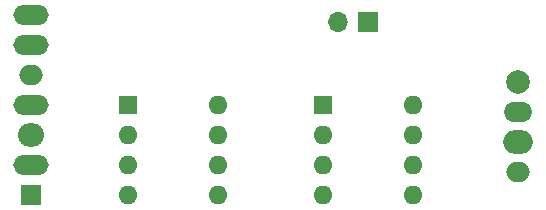
<source format=gbr>
G04 #@! TF.GenerationSoftware,KiCad,Pcbnew,(5.0.1)-3*
G04 #@! TF.CreationDate,2018-12-13T01:42:54-05:00*
G04 #@! TF.ProjectId,miniflex,6D696E69666C65782E6B696361645F70,rev?*
G04 #@! TF.SameCoordinates,Original*
G04 #@! TF.FileFunction,Copper,L1,Top,Signal*
G04 #@! TF.FilePolarity,Positive*
%FSLAX46Y46*%
G04 Gerber Fmt 4.6, Leading zero omitted, Abs format (unit mm)*
G04 Created by KiCad (PCBNEW (5.0.1)-3) date 12/13/2018 1:42:54 AM*
%MOMM*%
%LPD*%
G01*
G04 APERTURE LIST*
G04 #@! TA.AperFunction,ComponentPad*
%ADD10R,1.600000X1.600000*%
G04 #@! TD*
G04 #@! TA.AperFunction,ComponentPad*
%ADD11O,1.600000X1.600000*%
G04 #@! TD*
G04 #@! TA.AperFunction,ComponentPad*
%ADD12R,1.700000X1.700000*%
G04 #@! TD*
G04 #@! TA.AperFunction,ComponentPad*
%ADD13O,1.700000X1.700000*%
G04 #@! TD*
G04 #@! TA.AperFunction,ComponentPad*
%ADD14O,3.000000X1.700000*%
G04 #@! TD*
G04 #@! TA.AperFunction,ComponentPad*
%ADD15O,2.000000X1.700000*%
G04 #@! TD*
G04 #@! TA.AperFunction,ComponentPad*
%ADD16O,2.200000X2.000000*%
G04 #@! TD*
G04 #@! TA.AperFunction,ComponentPad*
%ADD17O,2.500000X2.000000*%
G04 #@! TD*
G04 #@! TA.AperFunction,ComponentPad*
%ADD18O,2.400000X1.700000*%
G04 #@! TD*
G04 #@! TA.AperFunction,ComponentPad*
%ADD19C,2.000000*%
G04 #@! TD*
G04 APERTURE END LIST*
D10*
G04 #@! TO.P,U1,1*
G04 #@! TO.N,Net-(J1-Pad7)*
X81280000Y-89535000D03*
D11*
G04 #@! TO.P,U1,5*
G04 #@! TO.N,Net-(J1-Pad6)*
X88900000Y-97155000D03*
G04 #@! TO.P,U1,2*
G04 #@! TO.N,Net-(J1-Pad3)*
X81280000Y-92075000D03*
G04 #@! TO.P,U1,6*
G04 #@! TO.N,Net-(J1-Pad7)*
X88900000Y-94615000D03*
G04 #@! TO.P,U1,3*
G04 #@! TO.N,Net-(J1-Pad2)*
X81280000Y-94615000D03*
G04 #@! TO.P,U1,7*
G04 #@! TO.N,Net-(J1-Pad6)*
X88900000Y-92075000D03*
G04 #@! TO.P,U1,4*
G04 #@! TO.N,Net-(J1-Pad1)*
X81280000Y-97155000D03*
G04 #@! TO.P,U1,8*
G04 #@! TO.N,Net-(U1-Pad8)*
X88900000Y-89535000D03*
G04 #@! TD*
D10*
G04 #@! TO.P,U3,1*
G04 #@! TO.N,Net-(J2-Pad2)*
X97790000Y-89535000D03*
D11*
G04 #@! TO.P,U3,5*
G04 #@! TO.N,Net-(U3-Pad5)*
X105410000Y-97155000D03*
G04 #@! TO.P,U3,2*
G04 #@! TO.N,Net-(J2-Pad2)*
X97790000Y-92075000D03*
G04 #@! TO.P,U3,6*
G04 #@! TO.N,Net-(U3-Pad6)*
X105410000Y-94615000D03*
G04 #@! TO.P,U3,3*
G04 #@! TO.N,Net-(U1-Pad8)*
X97790000Y-94615000D03*
G04 #@! TO.P,U3,7*
G04 #@! TO.N,Net-(U3-Pad7)*
X105410000Y-92075000D03*
G04 #@! TO.P,U3,4*
G04 #@! TO.N,Net-(J1-Pad6)*
X97790000Y-97155000D03*
G04 #@! TO.P,U3,8*
G04 #@! TO.N,Net-(J1-Pad7)*
X105410000Y-89535000D03*
G04 #@! TD*
D12*
G04 #@! TO.P,J2,1*
G04 #@! TO.N,Net-(J1-Pad6)*
X101600000Y-82550000D03*
D13*
G04 #@! TO.P,J2,2*
G04 #@! TO.N,Net-(J2-Pad2)*
X99060000Y-82550000D03*
G04 #@! TD*
D14*
G04 #@! TO.P,J1,7*
G04 #@! TO.N,Net-(J1-Pad7)*
X73025000Y-81915000D03*
G04 #@! TO.P,J1,6*
G04 #@! TO.N,Net-(J1-Pad6)*
X73025000Y-84455000D03*
D15*
G04 #@! TO.P,J1,5*
G04 #@! TO.N,Net-(J1-Pad5)*
X73025000Y-86995000D03*
D14*
G04 #@! TO.P,J1,4*
G04 #@! TO.N,Net-(J1-Pad4)*
X73025000Y-89535000D03*
D16*
G04 #@! TO.P,J1,3*
G04 #@! TO.N,Net-(J1-Pad3)*
X73025000Y-92075000D03*
D14*
G04 #@! TO.P,J1,2*
G04 #@! TO.N,Net-(J1-Pad2)*
X73025000Y-94615000D03*
D12*
G04 #@! TO.P,J1,1*
G04 #@! TO.N,Net-(J1-Pad1)*
X73025000Y-97155000D03*
G04 #@! TD*
D17*
G04 #@! TO.P,U2,2*
G04 #@! TO.N,Net-(J1-Pad4)*
X114300000Y-92710000D03*
D18*
G04 #@! TO.P,U2,3*
G04 #@! TO.N,Net-(J1-Pad5)*
X114300000Y-90170000D03*
D19*
G04 #@! TO.P,U2,4*
G04 #@! TO.N,Net-(J1-Pad6)*
X114300000Y-87630000D03*
D15*
G04 #@! TO.P,U2,1*
G04 #@! TO.N,Net-(J1-Pad7)*
X114300000Y-95250000D03*
G04 #@! TD*
M02*

</source>
